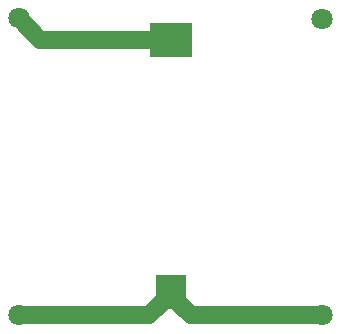
<source format=gbr>
%TF.GenerationSoftware,KiCad,Pcbnew,(6.0.4)*%
%TF.CreationDate,2022-05-21T11:19:22+01:00*%
%TF.ProjectId,Saft 40LF220 - Rev B,53616674-2034-4304-9c46-323230202d20,rev?*%
%TF.SameCoordinates,Original*%
%TF.FileFunction,Copper,L1,Top*%
%TF.FilePolarity,Positive*%
%FSLAX46Y46*%
G04 Gerber Fmt 4.6, Leading zero omitted, Abs format (unit mm)*
G04 Created by KiCad (PCBNEW (6.0.4)) date 2022-05-21 11:19:22*
%MOMM*%
%LPD*%
G01*
G04 APERTURE LIST*
%TA.AperFunction,SMDPad,CuDef*%
%ADD10R,3.600000X3.000000*%
%TD*%
%TA.AperFunction,SMDPad,CuDef*%
%ADD11R,2.600000X3.000000*%
%TD*%
%TA.AperFunction,ComponentPad*%
%ADD12C,1.800000*%
%TD*%
%TA.AperFunction,Conductor*%
%ADD13C,1.500000*%
%TD*%
%TA.AperFunction,Conductor*%
%ADD14C,0.250000*%
%TD*%
G04 APERTURE END LIST*
D10*
%TO.P,BT1,+*%
%TO.N,+3V0*%
X134500000Y-55450000D03*
D11*
%TO.P,BT1,-*%
%TO.N,GND*%
X134500000Y-76850000D03*
%TD*%
D12*
%TO.P,-,1,Pin_1*%
%TO.N,GND*%
X147300000Y-53700000D03*
%TD*%
%TO.P,-,1,Pin_1*%
%TO.N,GND*%
X147300000Y-78800000D03*
%TD*%
%TO.P,+,1,Pin_1*%
%TO.N,+3V0*%
X121650000Y-53650000D03*
%TD*%
%TO.P,-,1,Pin_1*%
%TO.N,GND*%
X121650000Y-78800000D03*
%TD*%
D13*
%TO.N,GND*%
X147300000Y-78800000D02*
X136200000Y-78800000D01*
X121650000Y-78800000D02*
X132700000Y-78800000D01*
D14*
X134500000Y-77050000D02*
X134500000Y-76850000D01*
D13*
X136200000Y-78800000D02*
X134600000Y-77200000D01*
X132700000Y-78800000D02*
X134500000Y-77000000D01*
%TO.N,+3V0*%
X123450000Y-55450000D02*
X121650000Y-53650000D01*
X134500000Y-55450000D02*
X123450000Y-55450000D01*
%TD*%
M02*

</source>
